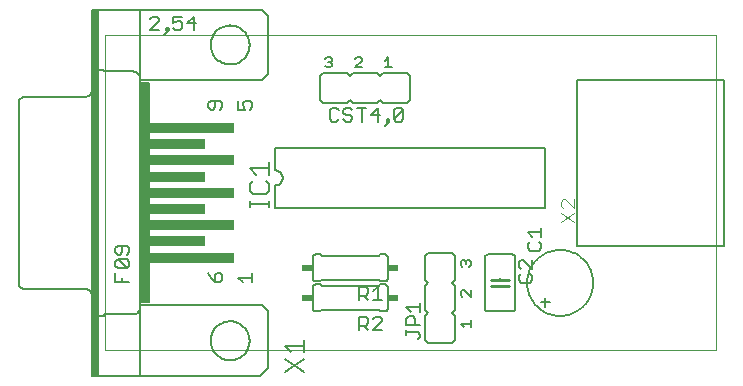
<source format=gto>
G75*
%MOIN*%
%OFA0B0*%
%FSLAX24Y24*%
%IPPOS*%
%LPD*%
%AMOC8*
5,1,8,0,0,1.08239X$1,22.5*
%
%ADD10C,0.0000*%
%ADD11C,0.0060*%
%ADD12C,0.0070*%
%ADD13C,0.0050*%
%ADD14R,0.0340X0.0240*%
%ADD15C,0.0100*%
%ADD16C,0.0080*%
%ADD17C,0.0040*%
%ADD18R,0.0300X0.7300*%
%ADD19R,0.0200X1.2200*%
%ADD20R,0.2850X0.0320*%
%ADD21R,0.1850X0.0320*%
D10*
X002995Y001085D02*
X002995Y011581D01*
X023365Y011581D01*
X023365Y001085D01*
X002995Y001085D01*
X006530Y001403D02*
X006532Y001453D01*
X006538Y001503D01*
X006548Y001553D01*
X006561Y001601D01*
X006578Y001649D01*
X006599Y001695D01*
X006623Y001739D01*
X006651Y001781D01*
X006682Y001821D01*
X006716Y001858D01*
X006753Y001893D01*
X006792Y001924D01*
X006833Y001953D01*
X006877Y001978D01*
X006923Y002000D01*
X006970Y002018D01*
X007018Y002032D01*
X007067Y002043D01*
X007117Y002050D01*
X007167Y002053D01*
X007218Y002052D01*
X007268Y002047D01*
X007318Y002038D01*
X007366Y002026D01*
X007414Y002009D01*
X007460Y001989D01*
X007505Y001966D01*
X007548Y001939D01*
X007588Y001909D01*
X007626Y001876D01*
X007661Y001840D01*
X007694Y001801D01*
X007723Y001760D01*
X007749Y001717D01*
X007772Y001672D01*
X007791Y001625D01*
X007806Y001577D01*
X007818Y001528D01*
X007826Y001478D01*
X007830Y001428D01*
X007830Y001378D01*
X007826Y001328D01*
X007818Y001278D01*
X007806Y001229D01*
X007791Y001181D01*
X007772Y001134D01*
X007749Y001089D01*
X007723Y001046D01*
X007694Y001005D01*
X007661Y000966D01*
X007626Y000930D01*
X007588Y000897D01*
X007548Y000867D01*
X007505Y000840D01*
X007460Y000817D01*
X007414Y000797D01*
X007366Y000780D01*
X007318Y000768D01*
X007268Y000759D01*
X007218Y000754D01*
X007167Y000753D01*
X007117Y000756D01*
X007067Y000763D01*
X007018Y000774D01*
X006970Y000788D01*
X006923Y000806D01*
X006877Y000828D01*
X006833Y000853D01*
X006792Y000882D01*
X006753Y000913D01*
X006716Y000948D01*
X006682Y000985D01*
X006651Y001025D01*
X006623Y001067D01*
X006599Y001111D01*
X006578Y001157D01*
X006561Y001205D01*
X006548Y001253D01*
X006538Y001303D01*
X006532Y001353D01*
X006530Y001403D01*
X006530Y011263D02*
X006532Y011313D01*
X006538Y011363D01*
X006548Y011413D01*
X006561Y011461D01*
X006578Y011509D01*
X006599Y011555D01*
X006623Y011599D01*
X006651Y011641D01*
X006682Y011681D01*
X006716Y011718D01*
X006753Y011753D01*
X006792Y011784D01*
X006833Y011813D01*
X006877Y011838D01*
X006923Y011860D01*
X006970Y011878D01*
X007018Y011892D01*
X007067Y011903D01*
X007117Y011910D01*
X007167Y011913D01*
X007218Y011912D01*
X007268Y011907D01*
X007318Y011898D01*
X007366Y011886D01*
X007414Y011869D01*
X007460Y011849D01*
X007505Y011826D01*
X007548Y011799D01*
X007588Y011769D01*
X007626Y011736D01*
X007661Y011700D01*
X007694Y011661D01*
X007723Y011620D01*
X007749Y011577D01*
X007772Y011532D01*
X007791Y011485D01*
X007806Y011437D01*
X007818Y011388D01*
X007826Y011338D01*
X007830Y011288D01*
X007830Y011238D01*
X007826Y011188D01*
X007818Y011138D01*
X007806Y011089D01*
X007791Y011041D01*
X007772Y010994D01*
X007749Y010949D01*
X007723Y010906D01*
X007694Y010865D01*
X007661Y010826D01*
X007626Y010790D01*
X007588Y010757D01*
X007548Y010727D01*
X007505Y010700D01*
X007460Y010677D01*
X007414Y010657D01*
X007366Y010640D01*
X007318Y010628D01*
X007268Y010619D01*
X007218Y010614D01*
X007167Y010613D01*
X007117Y010616D01*
X007067Y010623D01*
X007018Y010634D01*
X006970Y010648D01*
X006923Y010666D01*
X006877Y010688D01*
X006833Y010713D01*
X006792Y010742D01*
X006753Y010773D01*
X006716Y010808D01*
X006682Y010845D01*
X006651Y010885D01*
X006623Y010927D01*
X006599Y010971D01*
X006578Y011017D01*
X006561Y011065D01*
X006548Y011113D01*
X006538Y011163D01*
X006532Y011213D01*
X006530Y011263D01*
D11*
X002580Y003283D02*
X002580Y000233D01*
X002780Y000233D01*
X002780Y001233D01*
X002780Y002233D01*
X002780Y010433D01*
X002980Y010433D01*
X002980Y010383D01*
X003930Y010383D01*
X004180Y010433D02*
X004180Y012433D01*
X004230Y012433D01*
X008230Y012433D01*
X008430Y012233D01*
X008430Y010283D01*
X008230Y010083D01*
X004180Y010083D01*
X004180Y010433D01*
X004180Y010083D02*
X004180Y009983D01*
X004480Y009983D01*
X004480Y002683D01*
X004180Y002683D01*
X004180Y009983D01*
X004180Y010133D02*
X004178Y010163D01*
X004173Y010193D01*
X004164Y010222D01*
X004151Y010249D01*
X004136Y010275D01*
X004117Y010299D01*
X004096Y010320D01*
X004072Y010339D01*
X004046Y010354D01*
X004019Y010367D01*
X003990Y010376D01*
X003960Y010381D01*
X003930Y010383D01*
X002780Y010433D02*
X002780Y011433D01*
X002780Y012433D01*
X002980Y012433D01*
X004180Y012433D01*
X002780Y012433D02*
X002580Y012433D01*
X002580Y009383D01*
X002580Y003283D01*
X002330Y003133D02*
X000330Y003133D01*
X000304Y003135D01*
X000278Y003140D01*
X000253Y003148D01*
X000230Y003160D01*
X000208Y003174D01*
X000189Y003192D01*
X000171Y003211D01*
X000157Y003233D01*
X000145Y003256D01*
X000137Y003281D01*
X000132Y003307D01*
X000130Y003333D01*
X000130Y003433D01*
X000130Y009233D01*
X000130Y009333D01*
X000132Y009359D01*
X000137Y009385D01*
X000145Y009410D01*
X000157Y009433D01*
X000171Y009455D01*
X000189Y009474D01*
X000208Y009492D01*
X000230Y009506D01*
X000253Y009518D01*
X000278Y009526D01*
X000304Y009531D01*
X000330Y009533D01*
X002330Y009533D01*
X002360Y009535D01*
X002390Y009540D01*
X002419Y009549D01*
X002446Y009562D01*
X002472Y009577D01*
X002496Y009596D01*
X002517Y009617D01*
X002536Y009641D01*
X002551Y009667D01*
X002564Y009694D01*
X002573Y009723D01*
X002578Y009753D01*
X002580Y009783D01*
X006530Y011263D02*
X006532Y011313D01*
X006538Y011363D01*
X006548Y011413D01*
X006561Y011461D01*
X006578Y011509D01*
X006599Y011555D01*
X006623Y011599D01*
X006651Y011641D01*
X006682Y011681D01*
X006716Y011718D01*
X006753Y011753D01*
X006792Y011784D01*
X006833Y011813D01*
X006877Y011838D01*
X006923Y011860D01*
X006970Y011878D01*
X007018Y011892D01*
X007067Y011903D01*
X007117Y011910D01*
X007167Y011913D01*
X007218Y011912D01*
X007268Y011907D01*
X007318Y011898D01*
X007366Y011886D01*
X007414Y011869D01*
X007460Y011849D01*
X007505Y011826D01*
X007548Y011799D01*
X007588Y011769D01*
X007626Y011736D01*
X007661Y011700D01*
X007694Y011661D01*
X007723Y011620D01*
X007749Y011577D01*
X007772Y011532D01*
X007791Y011485D01*
X007806Y011437D01*
X007818Y011388D01*
X007826Y011338D01*
X007830Y011288D01*
X007830Y011238D01*
X007826Y011188D01*
X007818Y011138D01*
X007806Y011089D01*
X007791Y011041D01*
X007772Y010994D01*
X007749Y010949D01*
X007723Y010906D01*
X007694Y010865D01*
X007661Y010826D01*
X007626Y010790D01*
X007588Y010757D01*
X007548Y010727D01*
X007505Y010700D01*
X007460Y010677D01*
X007414Y010657D01*
X007366Y010640D01*
X007318Y010628D01*
X007268Y010619D01*
X007218Y010614D01*
X007167Y010613D01*
X007117Y010616D01*
X007067Y010623D01*
X007018Y010634D01*
X006970Y010648D01*
X006923Y010666D01*
X006877Y010688D01*
X006833Y010713D01*
X006792Y010742D01*
X006753Y010773D01*
X006716Y010808D01*
X006682Y010845D01*
X006651Y010885D01*
X006623Y010927D01*
X006599Y010971D01*
X006578Y011017D01*
X006561Y011065D01*
X006548Y011113D01*
X006538Y011163D01*
X006532Y011213D01*
X006530Y011263D01*
X010180Y010233D02*
X010180Y009433D01*
X010280Y009333D01*
X011080Y009333D01*
X011180Y009433D01*
X011280Y009333D01*
X012080Y009333D01*
X012180Y009433D01*
X012280Y009333D01*
X013080Y009333D01*
X013180Y009433D01*
X013180Y010233D01*
X013080Y010333D01*
X012280Y010333D01*
X012180Y010233D01*
X012080Y010333D01*
X011280Y010333D01*
X011180Y010233D01*
X011080Y010333D01*
X010280Y010333D01*
X010180Y010233D01*
X008680Y007833D02*
X008680Y007083D01*
X008710Y007081D01*
X008740Y007076D01*
X008769Y007067D01*
X008796Y007054D01*
X008822Y007039D01*
X008846Y007020D01*
X008867Y006999D01*
X008886Y006975D01*
X008901Y006949D01*
X008914Y006922D01*
X008923Y006893D01*
X008928Y006863D01*
X008930Y006833D01*
X008928Y006803D01*
X008923Y006773D01*
X008914Y006744D01*
X008901Y006717D01*
X008886Y006691D01*
X008867Y006667D01*
X008846Y006646D01*
X008822Y006627D01*
X008796Y006612D01*
X008769Y006599D01*
X008740Y006590D01*
X008710Y006585D01*
X008680Y006583D01*
X008680Y005833D01*
X017680Y005833D01*
X017680Y007833D01*
X008680Y007833D01*
X010030Y004283D02*
X010180Y004283D01*
X010230Y004233D01*
X012130Y004233D01*
X012180Y004283D01*
X012330Y004283D01*
X012347Y004281D01*
X012364Y004277D01*
X012380Y004270D01*
X012394Y004260D01*
X012407Y004247D01*
X012417Y004233D01*
X012424Y004217D01*
X012428Y004200D01*
X012430Y004183D01*
X012430Y003483D01*
X012428Y003466D01*
X012424Y003449D01*
X012417Y003433D01*
X012407Y003419D01*
X012394Y003406D01*
X012380Y003396D01*
X012364Y003389D01*
X012347Y003385D01*
X012330Y003383D01*
X012180Y003383D01*
X012130Y003433D01*
X010230Y003433D01*
X010180Y003383D01*
X010030Y003383D01*
X010030Y003283D02*
X010180Y003283D01*
X010230Y003233D01*
X012130Y003233D01*
X012180Y003283D01*
X012330Y003283D01*
X012347Y003281D01*
X012364Y003277D01*
X012380Y003270D01*
X012394Y003260D01*
X012407Y003247D01*
X012417Y003233D01*
X012424Y003217D01*
X012428Y003200D01*
X012430Y003183D01*
X012430Y002483D01*
X012428Y002466D01*
X012424Y002449D01*
X012417Y002433D01*
X012407Y002419D01*
X012394Y002406D01*
X012380Y002396D01*
X012364Y002389D01*
X012347Y002385D01*
X012330Y002383D01*
X012180Y002383D01*
X012130Y002433D01*
X010230Y002433D01*
X010180Y002383D01*
X010030Y002383D01*
X010013Y002385D01*
X009996Y002389D01*
X009980Y002396D01*
X009966Y002406D01*
X009953Y002419D01*
X009943Y002433D01*
X009936Y002449D01*
X009932Y002466D01*
X009930Y002483D01*
X009930Y003183D01*
X009932Y003200D01*
X009936Y003217D01*
X009943Y003233D01*
X009953Y003247D01*
X009966Y003260D01*
X009980Y003270D01*
X009996Y003277D01*
X010013Y003281D01*
X010030Y003283D01*
X010030Y003383D02*
X010013Y003385D01*
X009996Y003389D01*
X009980Y003396D01*
X009966Y003406D01*
X009953Y003419D01*
X009943Y003433D01*
X009936Y003449D01*
X009932Y003466D01*
X009930Y003483D01*
X009930Y004183D01*
X009932Y004200D01*
X009936Y004217D01*
X009943Y004233D01*
X009953Y004247D01*
X009966Y004260D01*
X009980Y004270D01*
X009996Y004277D01*
X010013Y004281D01*
X010030Y004283D01*
X008230Y002583D02*
X004180Y002583D01*
X004180Y002683D01*
X004180Y002583D02*
X004180Y002233D01*
X004180Y000233D01*
X004230Y000233D01*
X008180Y000233D01*
X008430Y000483D01*
X008430Y002383D01*
X008230Y002583D01*
X006530Y001403D02*
X006532Y001453D01*
X006538Y001503D01*
X006548Y001553D01*
X006561Y001601D01*
X006578Y001649D01*
X006599Y001695D01*
X006623Y001739D01*
X006651Y001781D01*
X006682Y001821D01*
X006716Y001858D01*
X006753Y001893D01*
X006792Y001924D01*
X006833Y001953D01*
X006877Y001978D01*
X006923Y002000D01*
X006970Y002018D01*
X007018Y002032D01*
X007067Y002043D01*
X007117Y002050D01*
X007167Y002053D01*
X007218Y002052D01*
X007268Y002047D01*
X007318Y002038D01*
X007366Y002026D01*
X007414Y002009D01*
X007460Y001989D01*
X007505Y001966D01*
X007548Y001939D01*
X007588Y001909D01*
X007626Y001876D01*
X007661Y001840D01*
X007694Y001801D01*
X007723Y001760D01*
X007749Y001717D01*
X007772Y001672D01*
X007791Y001625D01*
X007806Y001577D01*
X007818Y001528D01*
X007826Y001478D01*
X007830Y001428D01*
X007830Y001378D01*
X007826Y001328D01*
X007818Y001278D01*
X007806Y001229D01*
X007791Y001181D01*
X007772Y001134D01*
X007749Y001089D01*
X007723Y001046D01*
X007694Y001005D01*
X007661Y000966D01*
X007626Y000930D01*
X007588Y000897D01*
X007548Y000867D01*
X007505Y000840D01*
X007460Y000817D01*
X007414Y000797D01*
X007366Y000780D01*
X007318Y000768D01*
X007268Y000759D01*
X007218Y000754D01*
X007167Y000753D01*
X007117Y000756D01*
X007067Y000763D01*
X007018Y000774D01*
X006970Y000788D01*
X006923Y000806D01*
X006877Y000828D01*
X006833Y000853D01*
X006792Y000882D01*
X006753Y000913D01*
X006716Y000948D01*
X006682Y000985D01*
X006651Y001025D01*
X006623Y001067D01*
X006599Y001111D01*
X006578Y001157D01*
X006561Y001205D01*
X006548Y001253D01*
X006538Y001303D01*
X006532Y001353D01*
X006530Y001403D01*
X004180Y000233D02*
X002980Y000233D01*
X002780Y000233D01*
X002780Y002233D02*
X002980Y002233D01*
X002980Y002283D01*
X003930Y002283D01*
X003960Y002285D01*
X003990Y002290D01*
X004019Y002299D01*
X004046Y002312D01*
X004072Y002327D01*
X004096Y002346D01*
X004117Y002367D01*
X004136Y002391D01*
X004151Y002417D01*
X004164Y002444D01*
X004173Y002473D01*
X004178Y002503D01*
X004180Y002533D01*
X002580Y002883D02*
X002578Y002913D01*
X002573Y002943D01*
X002564Y002972D01*
X002551Y002999D01*
X002536Y003025D01*
X002517Y003049D01*
X002496Y003070D01*
X002472Y003089D01*
X002446Y003104D01*
X002419Y003117D01*
X002390Y003126D01*
X002360Y003131D01*
X002330Y003133D01*
X013680Y003233D02*
X013680Y002433D01*
X013780Y002333D01*
X013680Y002233D01*
X013680Y001433D01*
X013780Y001333D01*
X014580Y001333D01*
X014680Y001433D01*
X014680Y002233D01*
X014580Y002333D01*
X014680Y002433D01*
X014680Y003233D01*
X014580Y003333D01*
X014680Y003433D01*
X014680Y004233D01*
X014580Y004333D01*
X013780Y004333D01*
X013680Y004233D01*
X013680Y003433D01*
X013780Y003333D01*
X013680Y003233D01*
X015680Y002483D02*
X015680Y004183D01*
X015682Y004200D01*
X015686Y004217D01*
X015693Y004233D01*
X015703Y004247D01*
X015716Y004260D01*
X015730Y004270D01*
X015746Y004277D01*
X015763Y004281D01*
X015780Y004283D01*
X016580Y004283D01*
X016597Y004281D01*
X016614Y004277D01*
X016630Y004270D01*
X016644Y004260D01*
X016657Y004247D01*
X016667Y004233D01*
X016674Y004217D01*
X016678Y004200D01*
X016680Y004183D01*
X016680Y002483D01*
X016678Y002466D01*
X016674Y002449D01*
X016667Y002433D01*
X016657Y002419D01*
X016644Y002406D01*
X016630Y002396D01*
X016614Y002389D01*
X016597Y002385D01*
X016580Y002383D01*
X015780Y002383D01*
X015763Y002385D01*
X015746Y002389D01*
X015730Y002396D01*
X015716Y002406D01*
X015703Y002419D01*
X015693Y002433D01*
X015686Y002449D01*
X015682Y002466D01*
X015680Y002483D01*
X016180Y003183D02*
X016180Y003233D01*
X016180Y003433D02*
X016180Y003483D01*
X017530Y002683D02*
X017680Y002683D01*
X017680Y002833D01*
X017680Y002683D02*
X017830Y002683D01*
X017680Y002683D02*
X017680Y002533D01*
X017080Y003333D02*
X017082Y003399D01*
X017088Y003464D01*
X017098Y003529D01*
X017111Y003594D01*
X017129Y003657D01*
X017150Y003720D01*
X017175Y003780D01*
X017204Y003840D01*
X017236Y003897D01*
X017271Y003953D01*
X017310Y004006D01*
X017352Y004057D01*
X017396Y004105D01*
X017444Y004150D01*
X017494Y004193D01*
X017547Y004232D01*
X017602Y004269D01*
X017659Y004302D01*
X017718Y004331D01*
X017778Y004357D01*
X017840Y004379D01*
X017903Y004398D01*
X017967Y004412D01*
X018032Y004423D01*
X018098Y004430D01*
X018164Y004433D01*
X018229Y004432D01*
X018295Y004427D01*
X018360Y004418D01*
X018425Y004405D01*
X018488Y004389D01*
X018551Y004369D01*
X018612Y004344D01*
X018672Y004317D01*
X018730Y004286D01*
X018786Y004251D01*
X018840Y004213D01*
X018891Y004172D01*
X018940Y004128D01*
X018986Y004081D01*
X019030Y004032D01*
X019070Y003980D01*
X019107Y003925D01*
X019141Y003869D01*
X019171Y003810D01*
X019198Y003750D01*
X019221Y003689D01*
X019240Y003626D01*
X019256Y003562D01*
X019268Y003497D01*
X019276Y003432D01*
X019280Y003366D01*
X019280Y003300D01*
X019276Y003234D01*
X019268Y003169D01*
X019256Y003104D01*
X019240Y003040D01*
X019221Y002977D01*
X019198Y002916D01*
X019171Y002856D01*
X019141Y002797D01*
X019107Y002741D01*
X019070Y002686D01*
X019030Y002634D01*
X018986Y002585D01*
X018940Y002538D01*
X018891Y002494D01*
X018840Y002453D01*
X018786Y002415D01*
X018730Y002380D01*
X018672Y002349D01*
X018612Y002322D01*
X018551Y002297D01*
X018488Y002277D01*
X018425Y002261D01*
X018360Y002248D01*
X018295Y002239D01*
X018229Y002234D01*
X018164Y002233D01*
X018098Y002236D01*
X018032Y002243D01*
X017967Y002254D01*
X017903Y002268D01*
X017840Y002287D01*
X017778Y002309D01*
X017718Y002335D01*
X017659Y002364D01*
X017602Y002397D01*
X017547Y002434D01*
X017494Y002473D01*
X017444Y002516D01*
X017396Y002561D01*
X017352Y002609D01*
X017310Y002660D01*
X017271Y002713D01*
X017236Y002769D01*
X017204Y002826D01*
X017175Y002886D01*
X017150Y002946D01*
X017129Y003009D01*
X017111Y003072D01*
X017098Y003137D01*
X017088Y003202D01*
X017082Y003267D01*
X017080Y003333D01*
D12*
X009645Y001433D02*
X009645Y001013D01*
X009645Y001223D02*
X009014Y001223D01*
X009225Y001013D01*
X009014Y000789D02*
X009645Y000368D01*
X009645Y000789D02*
X009014Y000368D01*
X008475Y005868D02*
X008475Y006079D01*
X008475Y005973D02*
X007844Y005973D01*
X007844Y005868D02*
X007844Y006079D01*
X007950Y006298D02*
X008370Y006298D01*
X008475Y006403D01*
X008475Y006613D01*
X008370Y006718D01*
X008475Y006943D02*
X008475Y007363D01*
X008475Y007153D02*
X007844Y007153D01*
X008055Y006943D01*
X007950Y006718D02*
X007844Y006613D01*
X007844Y006403D01*
X007950Y006298D01*
D13*
X003805Y004504D02*
X003805Y004354D01*
X003730Y004279D01*
X003580Y004354D02*
X003580Y004579D01*
X003730Y004579D02*
X003430Y004579D01*
X003355Y004504D01*
X003355Y004354D01*
X003430Y004279D01*
X003505Y004279D01*
X003580Y004354D01*
X003805Y004504D02*
X003730Y004579D01*
X003730Y004119D02*
X003430Y004119D01*
X003730Y003819D01*
X003805Y003894D01*
X003805Y004044D01*
X003730Y004119D01*
X003430Y004119D02*
X003355Y004044D01*
X003355Y003894D01*
X003430Y003819D01*
X003730Y003819D01*
X003355Y003659D02*
X003355Y003358D01*
X003805Y003358D01*
X003580Y003358D02*
X003580Y003508D01*
X006455Y003659D02*
X006530Y003508D01*
X006680Y003358D01*
X006680Y003584D01*
X006755Y003659D01*
X006830Y003659D01*
X006905Y003584D01*
X006905Y003433D01*
X006830Y003358D01*
X006680Y003358D01*
X007455Y003508D02*
X007905Y003508D01*
X007905Y003358D02*
X007905Y003659D01*
X007605Y003358D02*
X007455Y003508D01*
X011484Y003209D02*
X011484Y002758D01*
X011634Y002908D02*
X011784Y002758D01*
X011945Y002758D02*
X012245Y002758D01*
X012095Y002758D02*
X012095Y003209D01*
X011945Y003059D01*
X011784Y003134D02*
X011784Y002984D01*
X011709Y002908D01*
X011484Y002908D01*
X011709Y003209D02*
X011784Y003134D01*
X011709Y003209D02*
X011484Y003209D01*
X013055Y002529D02*
X013505Y002529D01*
X013505Y002379D02*
X013505Y002679D01*
X013205Y002379D02*
X013055Y002529D01*
X013130Y002219D02*
X013055Y002144D01*
X013055Y001919D01*
X013505Y001919D01*
X013355Y001919D02*
X013355Y002144D01*
X013280Y002219D01*
X013130Y002219D01*
X013055Y001759D02*
X013055Y001608D01*
X013055Y001684D02*
X013430Y001684D01*
X013505Y001608D01*
X013505Y001533D01*
X013430Y001458D01*
X012245Y001758D02*
X011945Y001758D01*
X012245Y002059D01*
X012245Y002134D01*
X012170Y002209D01*
X012020Y002209D01*
X011945Y002134D01*
X011784Y002134D02*
X011784Y001984D01*
X011709Y001908D01*
X011484Y001908D01*
X011634Y001908D02*
X011784Y001758D01*
X011484Y001758D02*
X011484Y002209D01*
X011709Y002209D01*
X011784Y002134D01*
X014865Y001972D02*
X014978Y001858D01*
X014865Y001972D02*
X015205Y001972D01*
X015205Y002085D02*
X015205Y001858D01*
X015205Y002858D02*
X014978Y003085D01*
X014921Y003085D01*
X014865Y003028D01*
X014865Y002915D01*
X014921Y002858D01*
X015205Y002858D02*
X015205Y003085D01*
X015148Y003858D02*
X015205Y003915D01*
X015205Y004028D01*
X015148Y004085D01*
X015092Y004085D01*
X015035Y004028D01*
X015035Y003972D01*
X015035Y004028D02*
X014978Y004085D01*
X014921Y004085D01*
X014865Y004028D01*
X014865Y003915D01*
X014921Y003858D01*
X016805Y003873D02*
X016880Y003798D01*
X016805Y003873D02*
X016805Y004023D01*
X016880Y004098D01*
X016955Y004098D01*
X017255Y003798D01*
X017255Y004098D01*
X017180Y004408D02*
X017105Y004483D01*
X017105Y004634D01*
X017180Y004709D01*
X017255Y004869D02*
X017105Y005019D01*
X017555Y005019D01*
X017555Y004869D02*
X017555Y005169D01*
X017480Y004709D02*
X017555Y004634D01*
X017555Y004483D01*
X017480Y004408D01*
X017180Y004408D01*
X017180Y003638D02*
X017255Y003563D01*
X017255Y003413D01*
X017180Y003338D01*
X016880Y003338D01*
X016805Y003413D01*
X016805Y003563D01*
X016880Y003638D01*
X012338Y008558D02*
X012488Y008708D01*
X012413Y008708D01*
X012413Y008783D01*
X012488Y008783D01*
X012488Y008708D01*
X012645Y008783D02*
X012945Y009084D01*
X012945Y008783D01*
X012870Y008708D01*
X012720Y008708D01*
X012645Y008783D01*
X012645Y009084D01*
X012720Y009159D01*
X012870Y009159D01*
X012945Y009084D01*
X012178Y008934D02*
X011877Y008934D01*
X012102Y009159D01*
X012102Y008708D01*
X011567Y008708D02*
X011567Y009159D01*
X011417Y009159D02*
X011717Y009159D01*
X011257Y009084D02*
X011182Y009159D01*
X011032Y009159D01*
X010956Y009084D01*
X010956Y009009D01*
X011032Y008934D01*
X011182Y008934D01*
X011257Y008858D01*
X011257Y008783D01*
X011182Y008708D01*
X011032Y008708D01*
X010956Y008783D01*
X010796Y008783D02*
X010721Y008708D01*
X010571Y008708D01*
X010496Y008783D01*
X010496Y009084D01*
X010571Y009159D01*
X010721Y009159D01*
X010796Y009084D01*
X010516Y010518D02*
X010403Y010518D01*
X010346Y010575D01*
X010459Y010688D02*
X010516Y010688D01*
X010573Y010632D01*
X010573Y010575D01*
X010516Y010518D01*
X010516Y010688D02*
X010573Y010745D01*
X010573Y010802D01*
X010516Y010859D01*
X010403Y010859D01*
X010346Y010802D01*
X011346Y010802D02*
X011403Y010859D01*
X011516Y010859D01*
X011573Y010802D01*
X011573Y010745D01*
X011346Y010518D01*
X011573Y010518D01*
X012346Y010518D02*
X012573Y010518D01*
X012459Y010518D02*
X012459Y010859D01*
X012346Y010745D01*
X007905Y009334D02*
X007905Y009183D01*
X007830Y009108D01*
X007680Y009108D02*
X007605Y009258D01*
X007605Y009334D01*
X007680Y009409D01*
X007830Y009409D01*
X007905Y009334D01*
X007680Y009108D02*
X007455Y009108D01*
X007455Y009409D01*
X006905Y009334D02*
X006905Y009183D01*
X006830Y009108D01*
X006680Y009183D02*
X006680Y009409D01*
X006830Y009409D02*
X006530Y009409D01*
X006455Y009334D01*
X006455Y009183D01*
X006530Y009108D01*
X006605Y009108D01*
X006680Y009183D01*
X006905Y009334D02*
X006830Y009409D01*
X004977Y011608D02*
X005127Y011758D01*
X005052Y011758D01*
X005052Y011833D01*
X005127Y011833D01*
X005127Y011758D01*
X005284Y011833D02*
X005359Y011758D01*
X005509Y011758D01*
X005584Y011833D01*
X005584Y011984D01*
X005509Y012059D01*
X005434Y012059D01*
X005284Y011984D01*
X005284Y012209D01*
X005584Y012209D01*
X005745Y011984D02*
X005970Y012209D01*
X005970Y011758D01*
X006045Y011984D02*
X005745Y011984D01*
X004817Y012059D02*
X004817Y012134D01*
X004742Y012209D01*
X004592Y012209D01*
X004517Y012134D01*
X004817Y012059D02*
X004517Y011758D01*
X004817Y011758D01*
D14*
X009760Y003833D03*
X009760Y002833D03*
X012600Y002833D03*
X012600Y003833D03*
D15*
X015880Y003433D02*
X016180Y003433D01*
X016480Y003433D01*
X016480Y003233D02*
X016180Y003233D01*
X015880Y003233D01*
D16*
X018759Y004577D02*
X023641Y004577D01*
X023641Y010089D01*
X018759Y010089D01*
X018759Y004577D01*
D17*
X018660Y005353D02*
X018200Y005660D01*
X018276Y005814D02*
X018200Y005890D01*
X018200Y006044D01*
X018276Y006121D01*
X018353Y006121D01*
X018660Y005814D01*
X018660Y006121D01*
X018660Y005660D02*
X018200Y005353D01*
D18*
X004330Y006333D03*
D19*
X002680Y006333D03*
D20*
X005905Y006333D03*
X005905Y005253D03*
X005905Y004173D03*
X005905Y007413D03*
X005905Y008493D03*
D21*
X005405Y007953D03*
X005405Y006873D03*
X005405Y005793D03*
X005405Y004713D03*
M02*

</source>
